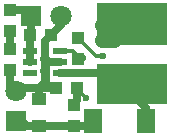
<source format=gbr>
G04 #@! TF.FileFunction,Copper,L1,Top,Signal*
%FSLAX46Y46*%
G04 Gerber Fmt 4.6, Leading zero omitted, Abs format (unit mm)*
G04 Created by KiCad (PCBNEW no-vcs-found-product) date 17.07.2015 (пт) 14,57,07 EEST*
%MOMM*%
G01*
G04 APERTURE LIST*
%ADD10C,0.100000*%
%ADD11R,1.800000X1.800000*%
%ADD12C,1.800000*%
%ADD13R,1.060000X1.030000*%
%ADD14R,1.016000X1.016000*%
%ADD15C,0.838200*%
%ADD16C,0.900000*%
%ADD17R,1.600000X2.100000*%
%ADD18R,1.200000X0.550000*%
%ADD19R,1.300000X1.050000*%
%ADD20R,5.969000X3.556000*%
%ADD21R,5.969000X3.429000*%
%ADD22C,0.600000*%
%ADD23C,0.660400*%
%ADD24C,0.762000*%
%ADD25C,1.270000*%
%ADD26C,0.711200*%
%ADD27C,0.635000*%
%ADD28C,0.355600*%
%ADD29C,0.304800*%
G04 APERTURE END LIST*
D10*
D11*
X25781000Y-35179000D03*
D12*
X25781000Y-32639000D03*
D11*
X27051000Y-26289000D03*
D12*
X29591000Y-26289000D03*
D13*
X25273000Y-25781000D03*
X25273000Y-27559000D03*
D14*
X26924000Y-27940000D03*
X28702000Y-27940000D03*
X30670500Y-35623500D03*
X30670500Y-33845500D03*
X30924500Y-32385000D03*
X29146500Y-32385000D03*
X25273000Y-30861000D03*
X25273000Y-29083000D03*
D15*
X33020000Y-27051000D03*
D16*
X33020000Y-28384500D03*
D17*
X36794000Y-35227260D03*
X32294000Y-35232340D03*
D14*
X31000000Y-28194000D03*
X31000000Y-29972000D03*
D18*
X29494000Y-31176000D03*
X29494000Y-30226000D03*
X29494000Y-29276000D03*
X26894000Y-29276000D03*
X26894000Y-30226000D03*
X26894000Y-31176000D03*
D16*
X28194000Y-29972000D03*
X28194000Y-30988000D03*
D19*
X27686000Y-35633000D03*
X27686000Y-33328000D03*
D20*
X35600000Y-27000200D03*
D21*
X35600000Y-32080200D03*
D22*
X33147000Y-29718000D03*
X31432500Y-29908500D03*
X31686500Y-33274000D03*
D23*
X26894000Y-27970000D02*
X26894000Y-29276000D01*
X27051000Y-27813000D02*
X26894000Y-27970000D01*
X27051000Y-26289000D02*
X27051000Y-27813000D01*
X26894000Y-29276000D02*
X26894000Y-30226000D01*
X26543000Y-25781000D02*
X27051000Y-26289000D01*
X25273000Y-25781000D02*
X26543000Y-25781000D01*
D24*
X35242500Y-27051000D02*
X35306000Y-27114500D01*
D25*
X33020000Y-27051000D02*
X35242500Y-27051000D01*
D24*
X34036000Y-28384500D02*
X35306000Y-27114500D01*
D25*
X33020000Y-28384500D02*
X34036000Y-28384500D01*
D26*
X29146500Y-32385000D02*
X27686000Y-32385000D01*
X27686000Y-33328000D02*
X27686000Y-32385000D01*
D27*
X25844500Y-32639000D02*
X25781000Y-32639000D01*
D23*
X29591000Y-27051000D02*
X28702000Y-27940000D01*
X29591000Y-26289000D02*
X29591000Y-27051000D01*
X28194000Y-28448000D02*
X28702000Y-27940000D01*
X28448000Y-30226000D02*
X28194000Y-29972000D01*
X28194000Y-29972000D02*
X28194000Y-28448000D01*
X29494000Y-30226000D02*
X28448000Y-30226000D01*
X26035000Y-32385000D02*
X25781000Y-32639000D01*
X27686000Y-32385000D02*
X26035000Y-32385000D01*
X25273000Y-32131000D02*
X25781000Y-32639000D01*
X25273000Y-30861000D02*
X25273000Y-32131000D01*
D24*
X28194000Y-29972000D02*
X28194000Y-30988000D01*
X28194000Y-31877000D02*
X27686000Y-32385000D01*
X28194000Y-30988000D02*
X28194000Y-31877000D01*
D23*
X25273000Y-27559000D02*
X25273000Y-29083000D01*
D26*
X27686000Y-35633000D02*
X30661000Y-35633000D01*
X30661000Y-35633000D02*
X30670500Y-35623500D01*
X25781000Y-35179000D02*
X26225500Y-35179000D01*
X26225500Y-35179000D02*
X26679500Y-35633000D01*
X26679500Y-35633000D02*
X27686000Y-35633000D01*
D27*
X26035000Y-35433000D02*
X25971500Y-35369500D01*
X25971500Y-35369500D02*
X25781000Y-35179000D01*
X26035000Y-35433000D02*
X25781000Y-35179000D01*
D23*
X26225500Y-35623500D02*
X25781000Y-35179000D01*
X31902840Y-35623500D02*
X32294000Y-35232340D01*
X30670500Y-35623500D02*
X31902840Y-35623500D01*
X34287500Y-31176000D02*
X35306000Y-32194500D01*
X29494000Y-31176000D02*
X34287500Y-31176000D01*
X36794000Y-34127000D02*
X36794000Y-35227260D01*
X35306000Y-32639000D02*
X36794000Y-34127000D01*
X35306000Y-32194500D02*
X35306000Y-32639000D01*
D28*
X30988000Y-28194000D02*
X30861000Y-28194000D01*
X32512000Y-29718000D02*
X30988000Y-28194000D01*
X33147000Y-29718000D02*
X32512000Y-29718000D01*
D29*
X30924500Y-32385000D02*
X30924500Y-32512000D01*
X30924500Y-32512000D02*
X31686500Y-33274000D01*
X31432500Y-29908500D02*
X31369000Y-29972000D01*
X31369000Y-29972000D02*
X30861000Y-29972000D01*
D26*
X30670500Y-33845500D02*
X30670500Y-33655000D01*
X30670500Y-33655000D02*
X30924500Y-33401000D01*
X30924500Y-33401000D02*
X30924500Y-32385000D01*
D28*
X30861000Y-29591000D02*
X30861000Y-29972000D01*
X30546000Y-29276000D02*
X30861000Y-29591000D01*
X29494000Y-29276000D02*
X30546000Y-29276000D01*
M02*

</source>
